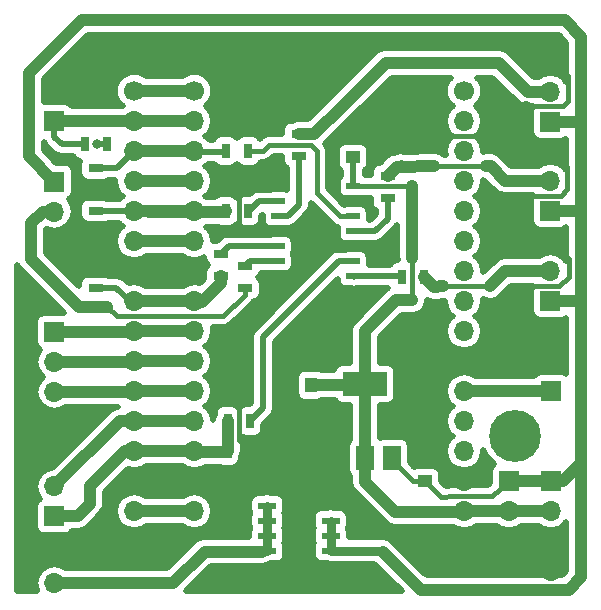
<source format=gtl>
G04 #@! TF.FileFunction,Copper,L1,Top,Signal*
%FSLAX46Y46*%
G04 Gerber Fmt 4.6, Leading zero omitted, Abs format (unit mm)*
G04 Created by KiCad (PCBNEW 4.0.7) date Sun Nov  5 18:25:08 2017*
%MOMM*%
%LPD*%
G01*
G04 APERTURE LIST*
%ADD10C,0.100000*%
%ADD11O,1.700000X1.700000*%
%ADD12C,1.700000*%
%ADD13R,1.550000X0.600000*%
%ADD14C,4.400000*%
%ADD15R,1.700000X1.700000*%
%ADD16R,1.300000X0.700000*%
%ADD17R,1.000000X1.250000*%
%ADD18R,1.250000X1.000000*%
%ADD19R,0.700000X1.300000*%
%ADD20R,1.143000X0.508000*%
%ADD21R,3.800000X2.000000*%
%ADD22R,1.500000X2.000000*%
%ADD23C,0.800000*%
%ADD24C,1.000000*%
%ADD25C,0.400000*%
%ADD26C,0.500000*%
%ADD27C,0.750000*%
G04 APERTURE END LIST*
D10*
D11*
X10750000Y-9342000D03*
X10750000Y-24582000D03*
X10750000Y-29662000D03*
X10750000Y-19502000D03*
X10750000Y-11882000D03*
X10750000Y-42362000D03*
X10750000Y-27122000D03*
X10750000Y-37282000D03*
X10750000Y-32202000D03*
X10750000Y-34742000D03*
D12*
X10750000Y-6802000D03*
D11*
X10750000Y-16962000D03*
X10750000Y-22042000D03*
X10750000Y-14422000D03*
X10750000Y-39822000D03*
D12*
X38690000Y-6802000D03*
D11*
X38690000Y-9342000D03*
X38690000Y-11882000D03*
X38690000Y-14422000D03*
X38690000Y-16962000D03*
X38690000Y-19502000D03*
X38690000Y-22042000D03*
X38690000Y-24582000D03*
X38690000Y-27122000D03*
X38690000Y-29662000D03*
X38690000Y-32202000D03*
X38690000Y-34742000D03*
X38690000Y-37282000D03*
X38690000Y-39822000D03*
X38690000Y-42362000D03*
X15830000Y-39822000D03*
X15830000Y-14422000D03*
X15830000Y-22042000D03*
X15830000Y-16962000D03*
D12*
X15830000Y-6802000D03*
D11*
X15830000Y-34742000D03*
X15830000Y-32202000D03*
X15830000Y-37282000D03*
X15830000Y-27122000D03*
X15830000Y-42362000D03*
X15830000Y-11882000D03*
X15830000Y-19502000D03*
X15830000Y-29662000D03*
X15830000Y-24582000D03*
X15830000Y-9342000D03*
D13*
X27400000Y-45705000D03*
X27400000Y-44435000D03*
X27400000Y-43165000D03*
X27400000Y-41895000D03*
X22000000Y-41895000D03*
X22000000Y-43165000D03*
X22000000Y-44435000D03*
X22000000Y-45705000D03*
D14*
X43000000Y-36000000D03*
D15*
X4000000Y-42800000D03*
D11*
X4000000Y-40260000D03*
X4000000Y-37720000D03*
D15*
X46040000Y-39820000D03*
D11*
X46040000Y-42360000D03*
X46040000Y-44900000D03*
X46040000Y-47440000D03*
D16*
X7500000Y-15250000D03*
X7500000Y-13350000D03*
D17*
X25704000Y-31692000D03*
X23704000Y-31692000D03*
D18*
X29276000Y-12372000D03*
X29276000Y-10372000D03*
X35372000Y-39804000D03*
X35372000Y-37804000D03*
D11*
X45989200Y-4310800D03*
X45989200Y-6850800D03*
D15*
X45989200Y-9390800D03*
X45989200Y-24580000D03*
D11*
X45989200Y-22040000D03*
X45989200Y-19500000D03*
X4000000Y-19540000D03*
X4000000Y-17000000D03*
D15*
X4000000Y-14460000D03*
X45989200Y-16909200D03*
D11*
X45989200Y-14369200D03*
X45989200Y-11829200D03*
X42484000Y-42360000D03*
D15*
X42484000Y-39820000D03*
X46040000Y-32200000D03*
D11*
X46040000Y-29660000D03*
X4000000Y-6800000D03*
D15*
X4000000Y-9340000D03*
X4000000Y-45916000D03*
D11*
X4000000Y-48456000D03*
D15*
X4000000Y-27193000D03*
D11*
X4000000Y-29733000D03*
X4000000Y-32273000D03*
X4000000Y-34813000D03*
D16*
X20132000Y-21598000D03*
X20132000Y-23498000D03*
X7500000Y-18850000D03*
X7500000Y-16950000D03*
D19*
X8450000Y-11300000D03*
X6550000Y-11300000D03*
D16*
X24704000Y-10422000D03*
X24704000Y-12322000D03*
X32200000Y-13978000D03*
X32200000Y-15878000D03*
X7500000Y-23450000D03*
X7500000Y-21550000D03*
D19*
X33406000Y-22548000D03*
X35306000Y-22548000D03*
X18674000Y-37280000D03*
X20574000Y-37280000D03*
X18501000Y-11873000D03*
X20401000Y-11873000D03*
X20401000Y-16960000D03*
X18501000Y-16960000D03*
D16*
X18100000Y-22482000D03*
X18100000Y-20582000D03*
D19*
X20574000Y-34740000D03*
X18674000Y-34740000D03*
D20*
X22949000Y-14863000D03*
X22949000Y-16133000D03*
X22949000Y-17403000D03*
X22949000Y-18673000D03*
X22949000Y-19943000D03*
X22949000Y-21213000D03*
X22949000Y-22483000D03*
X29299000Y-22483000D03*
X29299000Y-21213000D03*
X29299000Y-18673000D03*
X29299000Y-17403000D03*
X29299000Y-16133000D03*
X29299000Y-14863000D03*
X29299000Y-19943000D03*
D21*
X30292000Y-31590000D03*
D22*
X30292000Y-37890000D03*
X32592000Y-37890000D03*
X27992000Y-37890000D03*
D23*
X7600000Y-11300000D03*
D24*
X15830000Y-22042000D02*
X10750000Y-22042000D01*
X10750000Y-39822000D02*
X9928000Y-39822000D01*
X9928000Y-39822000D02*
X8500000Y-41250000D01*
X7334000Y-45916000D02*
X4000000Y-45916000D01*
X8500000Y-44750000D02*
X7334000Y-45916000D01*
X8500000Y-41250000D02*
X8500000Y-44750000D01*
X15830000Y-39822000D02*
X10750000Y-39822000D01*
X4000000Y-37720000D02*
X4000000Y-34813000D01*
X2000000Y-39000000D02*
X3280000Y-37720000D01*
X3280000Y-37720000D02*
X4000000Y-37720000D01*
X2000000Y-45000000D02*
X2000000Y-39000000D01*
X2916000Y-45916000D02*
X2000000Y-45000000D01*
X4000000Y-45916000D02*
X2916000Y-45916000D01*
D25*
X19624000Y-27120000D02*
X19624000Y-36330000D01*
X19624000Y-36330000D02*
X20574000Y-37280000D01*
X22949000Y-23795000D02*
X19624000Y-27120000D01*
X22949000Y-22483000D02*
X22949000Y-23795000D01*
X41306999Y-10602999D02*
X42433200Y-11829200D01*
X42433200Y-11829200D02*
X45989200Y-11829200D01*
X37210999Y-10602999D02*
X41306999Y-10602999D01*
X36880000Y-10372000D02*
X37210999Y-10602999D01*
X29276000Y-10372000D02*
X36880000Y-10372000D01*
D24*
X4040000Y-19500000D02*
X4000000Y-19540000D01*
X43906400Y-11168800D02*
X43906400Y-8171600D01*
X44566800Y-11829200D02*
X43906400Y-11168800D01*
X45989200Y-11829200D02*
X44566800Y-11829200D01*
D25*
X47025199Y-8100801D02*
X44180399Y-8100801D01*
X47462400Y-7663600D02*
X47025199Y-8100801D01*
X47462400Y-5479200D02*
X47462400Y-7663600D01*
X46294000Y-4310800D02*
X47462400Y-5479200D01*
X45989200Y-4310800D02*
X46294000Y-4310800D01*
X47411600Y-15080400D02*
X47411600Y-13251600D01*
X47411600Y-13251600D02*
X45989200Y-11829200D01*
X46852800Y-15639200D02*
X47411600Y-15080400D01*
X44008000Y-15639200D02*
X46852800Y-15639200D01*
X43804800Y-15842400D02*
X44008000Y-15639200D01*
X43804800Y-16248800D02*
X43804800Y-15842400D01*
D24*
X43804800Y-18331600D02*
X43804800Y-16248800D01*
X44973200Y-19500000D02*
X43804800Y-18331600D01*
X45989200Y-19500000D02*
X44973200Y-19500000D01*
X43957200Y-23553200D02*
X43957200Y-29609200D01*
X43957200Y-29609200D02*
X44008000Y-29660000D01*
D25*
X47564000Y-22497200D02*
X47564000Y-21048000D01*
X47564000Y-21048000D02*
X45989200Y-19473200D01*
X46758001Y-23303199D02*
X47564000Y-22497200D01*
X44370401Y-23303199D02*
X46758001Y-23303199D01*
X27752000Y-11372000D02*
X28752000Y-10372000D01*
X28752000Y-10372000D02*
X29276000Y-10372000D01*
X29299000Y-16133000D02*
X28449000Y-16133000D01*
D24*
X29000000Y-41000000D02*
X35440000Y-47440000D01*
X35440000Y-47440000D02*
X46040000Y-47440000D01*
D26*
X27879000Y-41000000D02*
X27879000Y-38003000D01*
X27879000Y-41979000D02*
X27879000Y-41000000D01*
D24*
X27879000Y-41000000D02*
X29000000Y-41000000D01*
D26*
X27879000Y-38003000D02*
X27992000Y-37890000D01*
D24*
X20574000Y-37280000D02*
X22672000Y-37280000D01*
X22672000Y-37280000D02*
X23282000Y-37890000D01*
X46040000Y-44900000D02*
X46040000Y-47440000D01*
X27992000Y-37890000D02*
X23282000Y-37890000D01*
X23282000Y-37890000D02*
X23180000Y-37788000D01*
X23704000Y-33232000D02*
X27992000Y-37520000D01*
X27992000Y-37520000D02*
X27992000Y-37890000D01*
X23704000Y-31692000D02*
X23704000Y-33232000D01*
X46040000Y-29660000D02*
X44008000Y-29660000D01*
D25*
X20640000Y-14863000D02*
X22949000Y-14863000D01*
X22949000Y-18673000D02*
X19813000Y-18673000D01*
D24*
X20574000Y-37280000D02*
X20574000Y-39196000D01*
D26*
X24451000Y-18673000D02*
X24451000Y-20073000D01*
X24451000Y-20073000D02*
X24451000Y-21873000D01*
X29299000Y-19943000D02*
X24581000Y-19943000D01*
X24581000Y-19943000D02*
X24451000Y-20073000D01*
X22949000Y-18673000D02*
X24451000Y-18673000D01*
X24451000Y-21873000D02*
X23841000Y-22483000D01*
X23841000Y-22483000D02*
X22949000Y-22483000D01*
X22949000Y-14863000D02*
X23641000Y-14863000D01*
D25*
X27752000Y-15436000D02*
X27752000Y-11372000D01*
X28449000Y-16133000D02*
X27752000Y-15436000D01*
D24*
X38347000Y-29733000D02*
X36388000Y-31692000D01*
X38451000Y-29733000D02*
X38347000Y-29733000D01*
X44008000Y-29660000D02*
X38524000Y-29660000D01*
X15591000Y-39893000D02*
X17084000Y-39893000D01*
X17084000Y-39893000D02*
X19877000Y-39893000D01*
X19877000Y-39893000D02*
X20574000Y-39196000D01*
X38524000Y-29660000D02*
X38451000Y-29733000D01*
X36388000Y-38296000D02*
X37985000Y-39893000D01*
X37985000Y-39893000D02*
X38451000Y-39893000D01*
X36388000Y-31692000D02*
X36388000Y-38296000D01*
D25*
X15591000Y-22113000D02*
X15591000Y-22009000D01*
X19624000Y-14863000D02*
X20640000Y-14863000D01*
X20197000Y-14863000D02*
X20640000Y-14863000D01*
X19813000Y-18673000D02*
X19624000Y-18484000D01*
X19624000Y-15436000D02*
X19624000Y-14863000D01*
X19624000Y-18484000D02*
X19624000Y-15436000D01*
D26*
X7600000Y-11300000D02*
X8450000Y-11300000D01*
D24*
X15830000Y-19502000D02*
X10750000Y-19502000D01*
X15830000Y-42362000D02*
X10750000Y-42362000D01*
X46040000Y-32200000D02*
X38524000Y-32200000D01*
X38524000Y-32200000D02*
X38451000Y-32273000D01*
X42484000Y-42360000D02*
X46040000Y-42360000D01*
D25*
X42484000Y-42360000D02*
X40960000Y-42360000D01*
D24*
X25704000Y-31692000D02*
X30190000Y-31692000D01*
X30190000Y-31692000D02*
X30292000Y-31590000D01*
X30292000Y-27120000D02*
X30292000Y-31590000D01*
X30292000Y-31590000D02*
X30292000Y-37890000D01*
X30292000Y-37890000D02*
X30292000Y-39867000D01*
X30292000Y-39867000D02*
X32858000Y-42433000D01*
X32858000Y-42433000D02*
X38451000Y-42433000D01*
X34291000Y-24515000D02*
X32897000Y-24515000D01*
X32897000Y-24515000D02*
X30292000Y-27120000D01*
D25*
X34291000Y-20959000D02*
X34291000Y-24515000D01*
D24*
X34291000Y-14863000D02*
X34291000Y-20959000D01*
D25*
X29299000Y-14863000D02*
X34291000Y-14863000D01*
D26*
X29299000Y-14863000D02*
X29299000Y-12395000D01*
X29299000Y-12395000D02*
X29276000Y-12372000D01*
D24*
X42484000Y-42360000D02*
X38524000Y-42360000D01*
X38524000Y-42360000D02*
X38451000Y-42433000D01*
X15830000Y-14422000D02*
X10750000Y-14422000D01*
D26*
X7500000Y-16950000D02*
X10738000Y-16950000D01*
X10738000Y-16950000D02*
X10750000Y-16962000D01*
D24*
X15830000Y-16962000D02*
X10750000Y-16962000D01*
X15591000Y-17033000D02*
X18428000Y-17033000D01*
X15591000Y-17033000D02*
X12011000Y-17033000D01*
X12011000Y-17033000D02*
X12004000Y-17026000D01*
D26*
X15631000Y-17073000D02*
X15591000Y-17033000D01*
D24*
X18428000Y-17033000D02*
X18501000Y-16960000D01*
X15830000Y-6802000D02*
X10750000Y-6802000D01*
X10750000Y-34742000D02*
X9518000Y-34742000D01*
X9518000Y-34742000D02*
X4000000Y-40260000D01*
X15830000Y-34742000D02*
X10750000Y-34742000D01*
X15830000Y-32202000D02*
X10750000Y-32202000D01*
X10750000Y-32202000D02*
X10679000Y-32273000D01*
X10679000Y-32273000D02*
X4000000Y-32273000D01*
X10750000Y-37282000D02*
X9968000Y-37282000D01*
X9968000Y-37282000D02*
X7000000Y-40250000D01*
X5950000Y-42800000D02*
X4000000Y-42800000D01*
X7000000Y-41750000D02*
X5950000Y-42800000D01*
X7000000Y-40250000D02*
X7000000Y-41750000D01*
X15830000Y-37282000D02*
X10750000Y-37282000D01*
X15591000Y-37353000D02*
X18601000Y-37353000D01*
X18674000Y-37280000D02*
X18674000Y-34740000D01*
X18601000Y-37353000D02*
X18674000Y-37280000D01*
X15830000Y-27122000D02*
X10750000Y-27122000D01*
X10750000Y-27122000D02*
X10679000Y-27193000D01*
X10679000Y-27193000D02*
X4000000Y-27193000D01*
D26*
X7500000Y-13350000D02*
X9282000Y-13350000D01*
X9282000Y-13350000D02*
X10750000Y-11882000D01*
D24*
X15830000Y-11882000D02*
X10750000Y-11882000D01*
D26*
X15591000Y-11953000D02*
X18421000Y-11953000D01*
X18421000Y-11953000D02*
X18501000Y-11873000D01*
D24*
X15830000Y-29662000D02*
X10750000Y-29662000D01*
X10750000Y-29662000D02*
X10679000Y-29733000D01*
X10679000Y-29733000D02*
X4000000Y-29733000D01*
D26*
X7500000Y-23450000D02*
X9250000Y-23450000D01*
X9250000Y-23450000D02*
X10382000Y-24582000D01*
X10382000Y-24582000D02*
X10750000Y-24582000D01*
D24*
X15830000Y-24582000D02*
X10750000Y-24582000D01*
X18100000Y-23056000D02*
X16503000Y-24653000D01*
X16503000Y-24653000D02*
X15591000Y-24653000D01*
X15452000Y-24514000D02*
X15591000Y-24653000D01*
X18100000Y-22482000D02*
X18100000Y-23056000D01*
D26*
X6550000Y-11300000D02*
X4600000Y-11300000D01*
X4000000Y-10700000D02*
X4000000Y-9340000D01*
X4600000Y-11300000D02*
X4000000Y-10700000D01*
D24*
X10750000Y-9342000D02*
X4002000Y-9342000D01*
X4002000Y-9342000D02*
X4000000Y-9340000D01*
X15830000Y-9342000D02*
X10750000Y-9342000D01*
X15664000Y-9340000D02*
X15591000Y-9413000D01*
D26*
X15601000Y-9423000D02*
X15591000Y-9413000D01*
D24*
X4066000Y-9406000D02*
X4000000Y-9340000D01*
D27*
X27400000Y-44435000D02*
X27400000Y-43165000D01*
X27400000Y-45705000D02*
X27400000Y-44435000D01*
X27400000Y-45705000D02*
X31705000Y-45705000D01*
X31705000Y-45705000D02*
X31789000Y-45789000D01*
D24*
X35000000Y-49000000D02*
X31789000Y-45789000D01*
X41000000Y-49000000D02*
X47528000Y-49000000D01*
X39980000Y-49000000D02*
X41000000Y-49000000D01*
X41000000Y-49000000D02*
X35000000Y-49000000D01*
X48580000Y-47948000D02*
X47528000Y-49000000D01*
X48580000Y-41000000D02*
X48580000Y-47948000D01*
X48580000Y-41000000D02*
X48580000Y-47892000D01*
D25*
X34340000Y-39804000D02*
X32592000Y-38056000D01*
X32592000Y-38056000D02*
X32592000Y-37890000D01*
D24*
X1844000Y-9000000D02*
X1844000Y-5276000D01*
X1844000Y-11372000D02*
X1844000Y-9000000D01*
X1844000Y-9000000D02*
X1844000Y-12304000D01*
X1844000Y-12304000D02*
X4000000Y-14460000D01*
X47200000Y-800000D02*
X21656000Y-800000D01*
X21656000Y-800000D02*
X21200000Y-800000D01*
X1844000Y-5276000D02*
X6320000Y-800000D01*
X6320000Y-800000D02*
X21656000Y-800000D01*
X48580000Y-2180000D02*
X47200000Y-800000D01*
X48580000Y-9390800D02*
X48580000Y-6800000D01*
X48580000Y-6800000D02*
X48580000Y-2180000D01*
X48580000Y-16909200D02*
X48580000Y-9390800D01*
X45989200Y-9390800D02*
X48580000Y-9390800D01*
X48580000Y-18000000D02*
X48580000Y-16909200D01*
X45989200Y-16909200D02*
X48580000Y-16909200D01*
X48580000Y-28000000D02*
X48580000Y-24834000D01*
X48580000Y-24834000D02*
X48580000Y-18000000D01*
X45989200Y-24580000D02*
X48326000Y-24580000D01*
X48326000Y-24580000D02*
X48580000Y-24834000D01*
X48580000Y-28000000D02*
X48580000Y-38296000D01*
X48580000Y-26612000D02*
X48580000Y-28000000D01*
X48580000Y-38296000D02*
X48580000Y-41000000D01*
X46040000Y-39820000D02*
X47056000Y-39820000D01*
X47056000Y-39820000D02*
X48580000Y-38296000D01*
X42484000Y-39820000D02*
X46040000Y-39820000D01*
D25*
X37862000Y-41082999D02*
X41071001Y-41082999D01*
X37862000Y-41082999D02*
X36750999Y-41182999D01*
X36750999Y-41182999D02*
X35372000Y-39804000D01*
X35372000Y-39804000D02*
X34340000Y-39804000D01*
X41071001Y-41082999D02*
X42484000Y-39820000D01*
D27*
X22000000Y-43165000D02*
X22000000Y-44435000D01*
X22000000Y-41895000D02*
X22000000Y-43165000D01*
X22000000Y-45705000D02*
X22000000Y-41895000D01*
D24*
X4000000Y-48456000D02*
X14036000Y-48456000D01*
X14036000Y-48456000D02*
X16703000Y-45789000D01*
X16703000Y-45789000D02*
X21529000Y-45789000D01*
D26*
X22949000Y-16133000D02*
X21341000Y-16133000D01*
X21341000Y-16133000D02*
X20401000Y-17073000D01*
X24704000Y-12322000D02*
X24704000Y-16452000D01*
X24704000Y-16452000D02*
X23753000Y-17403000D01*
X23753000Y-17403000D02*
X22949000Y-17403000D01*
X22949000Y-19943000D02*
X18739000Y-19943000D01*
X18739000Y-19943000D02*
X18100000Y-20582000D01*
X22949000Y-21213000D02*
X20517000Y-21213000D01*
X20517000Y-21213000D02*
X20132000Y-21598000D01*
X29299000Y-22483000D02*
X33341000Y-22483000D01*
X33341000Y-22483000D02*
X33406000Y-22548000D01*
X29366000Y-22550000D02*
X29299000Y-22483000D01*
X29299000Y-21213000D02*
X28071000Y-21213000D01*
X28071000Y-21213000D02*
X21656000Y-27628000D01*
X21656000Y-27628000D02*
X21656000Y-33658000D01*
X21656000Y-33658000D02*
X20574000Y-34740000D01*
X32200000Y-17592000D02*
X31119000Y-18673000D01*
X32200000Y-17592000D02*
X32200000Y-15878000D01*
X31119000Y-18673000D02*
X29299000Y-18673000D01*
D25*
X26228000Y-15436000D02*
X26228000Y-11880000D01*
X26228000Y-11880000D02*
X25720000Y-11372000D01*
X28195000Y-17403000D02*
X26228000Y-15436000D01*
X22164000Y-11372000D02*
X25720000Y-11372000D01*
X21663000Y-11873000D02*
X22164000Y-11372000D01*
X29299000Y-17403000D02*
X28195000Y-17403000D01*
X29299000Y-17403000D02*
X28703000Y-17403000D01*
X20401000Y-11873000D02*
X21663000Y-11873000D01*
D26*
X20401000Y-11873000D02*
X20401000Y-12123000D01*
D24*
X40546999Y-13153001D02*
X40953001Y-13153001D01*
X40953001Y-13153001D02*
X42169200Y-14369200D01*
X42169200Y-14369200D02*
X45989200Y-14369200D01*
X36153001Y-13153001D02*
X32959989Y-13203001D01*
X32959989Y-13203001D02*
X32200000Y-13962990D01*
D25*
X40546999Y-13153001D02*
X36153001Y-13153001D01*
D24*
X45989200Y-14369200D02*
X43957200Y-14369200D01*
D25*
X32200000Y-13978000D02*
X33340000Y-12838000D01*
D24*
X36900000Y-23300000D02*
X36158000Y-23400000D01*
X36158000Y-23400000D02*
X35306000Y-22548000D01*
D25*
X40900000Y-23300000D02*
X36900000Y-23300000D01*
D24*
X42160000Y-22040000D02*
X40900000Y-23300000D01*
X45989200Y-22040000D02*
X42160000Y-22040000D01*
X44109600Y-22040000D02*
X45989200Y-22040000D01*
X28400000Y-8031600D02*
X26009600Y-10422000D01*
X41600000Y-4400000D02*
X32031600Y-4400000D01*
X32031600Y-4400000D02*
X28400000Y-8031600D01*
X44050800Y-6850800D02*
X41600000Y-4400000D01*
X45989200Y-6850800D02*
X44050800Y-6850800D01*
X26009600Y-10422000D02*
X24704000Y-10422000D01*
X45989200Y-6850800D02*
X45278000Y-6850800D01*
X2000000Y-21000000D02*
X6088000Y-25088000D01*
X6088000Y-25088000D02*
X8448000Y-25088000D01*
X2000000Y-18000000D02*
X2000000Y-21000000D01*
X3000000Y-17000000D02*
X2000000Y-18000000D01*
X4000000Y-17000000D02*
X3000000Y-17000000D01*
D25*
X9263001Y-25853001D02*
X8448000Y-25088000D01*
X18300999Y-25853001D02*
X9263001Y-25853001D01*
X20132000Y-24072000D02*
X18300999Y-25853001D01*
X20132000Y-23498000D02*
X20132000Y-24072000D01*
D26*
G36*
X1116117Y-21883883D02*
X4810540Y-25578307D01*
X3150000Y-25578307D01*
X2872067Y-25630604D01*
X2616802Y-25794862D01*
X2445554Y-26045492D01*
X2385307Y-26343000D01*
X2385307Y-28043000D01*
X2437604Y-28320933D01*
X2601862Y-28576198D01*
X2775158Y-28694606D01*
X2490447Y-29120707D01*
X2368654Y-29733000D01*
X2490447Y-30345293D01*
X2837283Y-30864371D01*
X3044756Y-31003000D01*
X2837283Y-31141629D01*
X2490447Y-31660707D01*
X2368654Y-32273000D01*
X2490447Y-32885293D01*
X2837283Y-33404371D01*
X3356361Y-33751207D01*
X3968654Y-33873000D01*
X4031346Y-33873000D01*
X4643639Y-33751207D01*
X4985176Y-33523000D01*
X9362153Y-33523000D01*
X9119010Y-33571365D01*
X9039645Y-33587151D01*
X8634116Y-33858117D01*
X3798360Y-38693874D01*
X3356361Y-38781793D01*
X2837283Y-39128629D01*
X2490447Y-39647707D01*
X2368654Y-40260000D01*
X2490447Y-40872293D01*
X2775891Y-41299491D01*
X2616802Y-41401862D01*
X2445554Y-41652492D01*
X2385307Y-41950000D01*
X2385307Y-43650000D01*
X2437604Y-43927933D01*
X2601862Y-44183198D01*
X2852492Y-44354446D01*
X3150000Y-44414693D01*
X4850000Y-44414693D01*
X5127933Y-44362396D01*
X5383198Y-44198138D01*
X5484416Y-44050000D01*
X5950000Y-44050000D01*
X6428354Y-43954849D01*
X6833883Y-43683883D01*
X7883883Y-42633884D01*
X8065549Y-42362000D01*
X9118654Y-42362000D01*
X9240447Y-42974293D01*
X9587283Y-43493371D01*
X10106361Y-43840207D01*
X10718654Y-43962000D01*
X10781346Y-43962000D01*
X11393639Y-43840207D01*
X11735176Y-43612000D01*
X14844824Y-43612000D01*
X15186361Y-43840207D01*
X15798654Y-43962000D01*
X15861346Y-43962000D01*
X16473639Y-43840207D01*
X16992717Y-43493371D01*
X17339553Y-42974293D01*
X17461346Y-42362000D01*
X17339553Y-41749707D01*
X16992717Y-41230629D01*
X16473639Y-40883793D01*
X15861346Y-40762000D01*
X15798654Y-40762000D01*
X15186361Y-40883793D01*
X14844824Y-41112000D01*
X11735176Y-41112000D01*
X11393639Y-40883793D01*
X10781346Y-40762000D01*
X10718654Y-40762000D01*
X10106361Y-40883793D01*
X9587283Y-41230629D01*
X9240447Y-41749707D01*
X9118654Y-42362000D01*
X8065549Y-42362000D01*
X8154849Y-42228354D01*
X8250000Y-41750000D01*
X8250000Y-40767766D01*
X10232474Y-38785293D01*
X10718654Y-38882000D01*
X10781346Y-38882000D01*
X11393639Y-38760207D01*
X11735176Y-38532000D01*
X14844824Y-38532000D01*
X15186361Y-38760207D01*
X15798654Y-38882000D01*
X15861346Y-38882000D01*
X16473639Y-38760207D01*
X16708916Y-38603000D01*
X17980469Y-38603000D01*
X18026492Y-38634446D01*
X18324000Y-38694693D01*
X19024000Y-38694693D01*
X19301933Y-38642396D01*
X19557198Y-38478138D01*
X19728446Y-38227508D01*
X19788693Y-37930000D01*
X19788693Y-37818452D01*
X19828849Y-37758354D01*
X19924000Y-37280000D01*
X19924000Y-36092743D01*
X19926492Y-36094446D01*
X20224000Y-36154693D01*
X20924000Y-36154693D01*
X21201933Y-36102396D01*
X21457198Y-35938138D01*
X21628446Y-35687508D01*
X21688693Y-35390000D01*
X21688693Y-35039521D01*
X22363107Y-34365107D01*
X22579880Y-34040684D01*
X22656000Y-33658000D01*
X22656000Y-28042214D01*
X27962807Y-22735407D01*
X27962807Y-22737000D01*
X28015104Y-23014933D01*
X28179362Y-23270198D01*
X28429992Y-23441446D01*
X28727500Y-23501693D01*
X29123146Y-23501693D01*
X29366000Y-23550000D01*
X29608854Y-23501693D01*
X29870500Y-23501693D01*
X29969844Y-23483000D01*
X32234789Y-23483000D01*
X32013116Y-23631117D01*
X29408117Y-26236117D01*
X29137151Y-26641646D01*
X29042000Y-27120000D01*
X29042000Y-29825307D01*
X28392000Y-29825307D01*
X28114067Y-29877604D01*
X27858802Y-30041862D01*
X27687554Y-30292492D01*
X27657278Y-30442000D01*
X26617781Y-30442000D01*
X26501508Y-30362554D01*
X26204000Y-30302307D01*
X25204000Y-30302307D01*
X24926067Y-30354604D01*
X24670802Y-30518862D01*
X24499554Y-30769492D01*
X24439307Y-31067000D01*
X24439307Y-32317000D01*
X24491604Y-32594933D01*
X24655862Y-32850198D01*
X24906492Y-33021446D01*
X25204000Y-33081693D01*
X26204000Y-33081693D01*
X26481933Y-33029396D01*
X26617751Y-32942000D01*
X27727265Y-32942000D01*
X27843862Y-33123198D01*
X28094492Y-33294446D01*
X28392000Y-33354693D01*
X29042000Y-33354693D01*
X29042000Y-36320500D01*
X29008802Y-36341862D01*
X28837554Y-36592492D01*
X28777307Y-36890000D01*
X28777307Y-38890000D01*
X28829604Y-39167933D01*
X28993862Y-39423198D01*
X29042000Y-39456089D01*
X29042000Y-39867000D01*
X29115563Y-40236824D01*
X29137151Y-40345354D01*
X29408117Y-40750883D01*
X31974117Y-43316883D01*
X32379646Y-43587849D01*
X32858000Y-43683000D01*
X37811084Y-43683000D01*
X38046361Y-43840207D01*
X38658654Y-43962000D01*
X38721346Y-43962000D01*
X39333639Y-43840207D01*
X39678169Y-43610000D01*
X41498824Y-43610000D01*
X41840361Y-43838207D01*
X42452654Y-43960000D01*
X42515346Y-43960000D01*
X43127639Y-43838207D01*
X43469176Y-43610000D01*
X45054824Y-43610000D01*
X45396361Y-43838207D01*
X46008654Y-43960000D01*
X46071346Y-43960000D01*
X46683639Y-43838207D01*
X47202717Y-43491371D01*
X47330000Y-43300878D01*
X47330000Y-47430233D01*
X47010234Y-47750000D01*
X35517767Y-47750000D01*
X32672883Y-44905117D01*
X32267354Y-44634151D01*
X31789000Y-44539001D01*
X31582883Y-44580000D01*
X28939693Y-44580000D01*
X28939693Y-44135000D01*
X28887396Y-43857067D01*
X28852204Y-43802377D01*
X28879446Y-43762508D01*
X28939693Y-43465000D01*
X28939693Y-42865000D01*
X28887396Y-42587067D01*
X28723138Y-42331802D01*
X28472508Y-42160554D01*
X28175000Y-42100307D01*
X27703182Y-42100307D01*
X27400000Y-42040000D01*
X27096818Y-42100307D01*
X26625000Y-42100307D01*
X26347067Y-42152604D01*
X26091802Y-42316862D01*
X25920554Y-42567492D01*
X25860307Y-42865000D01*
X25860307Y-43465000D01*
X25912604Y-43742933D01*
X25947796Y-43797623D01*
X25920554Y-43837492D01*
X25860307Y-44135000D01*
X25860307Y-44735000D01*
X25912604Y-45012933D01*
X25947796Y-45067623D01*
X25920554Y-45107492D01*
X25860307Y-45405000D01*
X25860307Y-46005000D01*
X25912604Y-46282933D01*
X26076862Y-46538198D01*
X26327492Y-46709446D01*
X26625000Y-46769693D01*
X27096818Y-46769693D01*
X27400000Y-46830000D01*
X31062234Y-46830000D01*
X33382233Y-49150000D01*
X15109766Y-49150000D01*
X17220767Y-47039000D01*
X21529000Y-47039000D01*
X22007354Y-46943849D01*
X22253082Y-46779659D01*
X22303182Y-46769693D01*
X22775000Y-46769693D01*
X23052933Y-46717396D01*
X23308198Y-46553138D01*
X23479446Y-46302508D01*
X23539693Y-46005000D01*
X23539693Y-45405000D01*
X23487396Y-45127067D01*
X23452204Y-45072377D01*
X23479446Y-45032508D01*
X23539693Y-44735000D01*
X23539693Y-44135000D01*
X23487396Y-43857067D01*
X23452204Y-43802377D01*
X23479446Y-43762508D01*
X23539693Y-43465000D01*
X23539693Y-42865000D01*
X23487396Y-42587067D01*
X23452204Y-42532377D01*
X23479446Y-42492508D01*
X23539693Y-42195000D01*
X23539693Y-41595000D01*
X23487396Y-41317067D01*
X23323138Y-41061802D01*
X23072508Y-40890554D01*
X22775000Y-40830307D01*
X22303182Y-40830307D01*
X22000000Y-40770000D01*
X21696818Y-40830307D01*
X21225000Y-40830307D01*
X20947067Y-40882604D01*
X20691802Y-41046862D01*
X20520554Y-41297492D01*
X20460307Y-41595000D01*
X20460307Y-42195000D01*
X20512604Y-42472933D01*
X20547796Y-42527623D01*
X20520554Y-42567492D01*
X20460307Y-42865000D01*
X20460307Y-43465000D01*
X20512604Y-43742933D01*
X20547796Y-43797623D01*
X20520554Y-43837492D01*
X20460307Y-44135000D01*
X20460307Y-44539000D01*
X16703000Y-44539000D01*
X16224646Y-44634151D01*
X15819117Y-44905116D01*
X13518234Y-47206000D01*
X4985176Y-47206000D01*
X4643639Y-46977793D01*
X4031346Y-46856000D01*
X3968654Y-46856000D01*
X3356361Y-46977793D01*
X2837283Y-47324629D01*
X2490447Y-47843707D01*
X2368654Y-48456000D01*
X2490447Y-49068293D01*
X2545042Y-49150000D01*
X850000Y-49150000D01*
X850000Y-21485611D01*
X1116117Y-21883883D01*
X1116117Y-21883883D01*
G37*
X1116117Y-21883883D02*
X4810540Y-25578307D01*
X3150000Y-25578307D01*
X2872067Y-25630604D01*
X2616802Y-25794862D01*
X2445554Y-26045492D01*
X2385307Y-26343000D01*
X2385307Y-28043000D01*
X2437604Y-28320933D01*
X2601862Y-28576198D01*
X2775158Y-28694606D01*
X2490447Y-29120707D01*
X2368654Y-29733000D01*
X2490447Y-30345293D01*
X2837283Y-30864371D01*
X3044756Y-31003000D01*
X2837283Y-31141629D01*
X2490447Y-31660707D01*
X2368654Y-32273000D01*
X2490447Y-32885293D01*
X2837283Y-33404371D01*
X3356361Y-33751207D01*
X3968654Y-33873000D01*
X4031346Y-33873000D01*
X4643639Y-33751207D01*
X4985176Y-33523000D01*
X9362153Y-33523000D01*
X9119010Y-33571365D01*
X9039645Y-33587151D01*
X8634116Y-33858117D01*
X3798360Y-38693874D01*
X3356361Y-38781793D01*
X2837283Y-39128629D01*
X2490447Y-39647707D01*
X2368654Y-40260000D01*
X2490447Y-40872293D01*
X2775891Y-41299491D01*
X2616802Y-41401862D01*
X2445554Y-41652492D01*
X2385307Y-41950000D01*
X2385307Y-43650000D01*
X2437604Y-43927933D01*
X2601862Y-44183198D01*
X2852492Y-44354446D01*
X3150000Y-44414693D01*
X4850000Y-44414693D01*
X5127933Y-44362396D01*
X5383198Y-44198138D01*
X5484416Y-44050000D01*
X5950000Y-44050000D01*
X6428354Y-43954849D01*
X6833883Y-43683883D01*
X7883883Y-42633884D01*
X8065549Y-42362000D01*
X9118654Y-42362000D01*
X9240447Y-42974293D01*
X9587283Y-43493371D01*
X10106361Y-43840207D01*
X10718654Y-43962000D01*
X10781346Y-43962000D01*
X11393639Y-43840207D01*
X11735176Y-43612000D01*
X14844824Y-43612000D01*
X15186361Y-43840207D01*
X15798654Y-43962000D01*
X15861346Y-43962000D01*
X16473639Y-43840207D01*
X16992717Y-43493371D01*
X17339553Y-42974293D01*
X17461346Y-42362000D01*
X17339553Y-41749707D01*
X16992717Y-41230629D01*
X16473639Y-40883793D01*
X15861346Y-40762000D01*
X15798654Y-40762000D01*
X15186361Y-40883793D01*
X14844824Y-41112000D01*
X11735176Y-41112000D01*
X11393639Y-40883793D01*
X10781346Y-40762000D01*
X10718654Y-40762000D01*
X10106361Y-40883793D01*
X9587283Y-41230629D01*
X9240447Y-41749707D01*
X9118654Y-42362000D01*
X8065549Y-42362000D01*
X8154849Y-42228354D01*
X8250000Y-41750000D01*
X8250000Y-40767766D01*
X10232474Y-38785293D01*
X10718654Y-38882000D01*
X10781346Y-38882000D01*
X11393639Y-38760207D01*
X11735176Y-38532000D01*
X14844824Y-38532000D01*
X15186361Y-38760207D01*
X15798654Y-38882000D01*
X15861346Y-38882000D01*
X16473639Y-38760207D01*
X16708916Y-38603000D01*
X17980469Y-38603000D01*
X18026492Y-38634446D01*
X18324000Y-38694693D01*
X19024000Y-38694693D01*
X19301933Y-38642396D01*
X19557198Y-38478138D01*
X19728446Y-38227508D01*
X19788693Y-37930000D01*
X19788693Y-37818452D01*
X19828849Y-37758354D01*
X19924000Y-37280000D01*
X19924000Y-36092743D01*
X19926492Y-36094446D01*
X20224000Y-36154693D01*
X20924000Y-36154693D01*
X21201933Y-36102396D01*
X21457198Y-35938138D01*
X21628446Y-35687508D01*
X21688693Y-35390000D01*
X21688693Y-35039521D01*
X22363107Y-34365107D01*
X22579880Y-34040684D01*
X22656000Y-33658000D01*
X22656000Y-28042214D01*
X27962807Y-22735407D01*
X27962807Y-22737000D01*
X28015104Y-23014933D01*
X28179362Y-23270198D01*
X28429992Y-23441446D01*
X28727500Y-23501693D01*
X29123146Y-23501693D01*
X29366000Y-23550000D01*
X29608854Y-23501693D01*
X29870500Y-23501693D01*
X29969844Y-23483000D01*
X32234789Y-23483000D01*
X32013116Y-23631117D01*
X29408117Y-26236117D01*
X29137151Y-26641646D01*
X29042000Y-27120000D01*
X29042000Y-29825307D01*
X28392000Y-29825307D01*
X28114067Y-29877604D01*
X27858802Y-30041862D01*
X27687554Y-30292492D01*
X27657278Y-30442000D01*
X26617781Y-30442000D01*
X26501508Y-30362554D01*
X26204000Y-30302307D01*
X25204000Y-30302307D01*
X24926067Y-30354604D01*
X24670802Y-30518862D01*
X24499554Y-30769492D01*
X24439307Y-31067000D01*
X24439307Y-32317000D01*
X24491604Y-32594933D01*
X24655862Y-32850198D01*
X24906492Y-33021446D01*
X25204000Y-33081693D01*
X26204000Y-33081693D01*
X26481933Y-33029396D01*
X26617751Y-32942000D01*
X27727265Y-32942000D01*
X27843862Y-33123198D01*
X28094492Y-33294446D01*
X28392000Y-33354693D01*
X29042000Y-33354693D01*
X29042000Y-36320500D01*
X29008802Y-36341862D01*
X28837554Y-36592492D01*
X28777307Y-36890000D01*
X28777307Y-38890000D01*
X28829604Y-39167933D01*
X28993862Y-39423198D01*
X29042000Y-39456089D01*
X29042000Y-39867000D01*
X29115563Y-40236824D01*
X29137151Y-40345354D01*
X29408117Y-40750883D01*
X31974117Y-43316883D01*
X32379646Y-43587849D01*
X32858000Y-43683000D01*
X37811084Y-43683000D01*
X38046361Y-43840207D01*
X38658654Y-43962000D01*
X38721346Y-43962000D01*
X39333639Y-43840207D01*
X39678169Y-43610000D01*
X41498824Y-43610000D01*
X41840361Y-43838207D01*
X42452654Y-43960000D01*
X42515346Y-43960000D01*
X43127639Y-43838207D01*
X43469176Y-43610000D01*
X45054824Y-43610000D01*
X45396361Y-43838207D01*
X46008654Y-43960000D01*
X46071346Y-43960000D01*
X46683639Y-43838207D01*
X47202717Y-43491371D01*
X47330000Y-43300878D01*
X47330000Y-47430233D01*
X47010234Y-47750000D01*
X35517767Y-47750000D01*
X32672883Y-44905117D01*
X32267354Y-44634151D01*
X31789000Y-44539001D01*
X31582883Y-44580000D01*
X28939693Y-44580000D01*
X28939693Y-44135000D01*
X28887396Y-43857067D01*
X28852204Y-43802377D01*
X28879446Y-43762508D01*
X28939693Y-43465000D01*
X28939693Y-42865000D01*
X28887396Y-42587067D01*
X28723138Y-42331802D01*
X28472508Y-42160554D01*
X28175000Y-42100307D01*
X27703182Y-42100307D01*
X27400000Y-42040000D01*
X27096818Y-42100307D01*
X26625000Y-42100307D01*
X26347067Y-42152604D01*
X26091802Y-42316862D01*
X25920554Y-42567492D01*
X25860307Y-42865000D01*
X25860307Y-43465000D01*
X25912604Y-43742933D01*
X25947796Y-43797623D01*
X25920554Y-43837492D01*
X25860307Y-44135000D01*
X25860307Y-44735000D01*
X25912604Y-45012933D01*
X25947796Y-45067623D01*
X25920554Y-45107492D01*
X25860307Y-45405000D01*
X25860307Y-46005000D01*
X25912604Y-46282933D01*
X26076862Y-46538198D01*
X26327492Y-46709446D01*
X26625000Y-46769693D01*
X27096818Y-46769693D01*
X27400000Y-46830000D01*
X31062234Y-46830000D01*
X33382233Y-49150000D01*
X15109766Y-49150000D01*
X17220767Y-47039000D01*
X21529000Y-47039000D01*
X22007354Y-46943849D01*
X22253082Y-46779659D01*
X22303182Y-46769693D01*
X22775000Y-46769693D01*
X23052933Y-46717396D01*
X23308198Y-46553138D01*
X23479446Y-46302508D01*
X23539693Y-46005000D01*
X23539693Y-45405000D01*
X23487396Y-45127067D01*
X23452204Y-45072377D01*
X23479446Y-45032508D01*
X23539693Y-44735000D01*
X23539693Y-44135000D01*
X23487396Y-43857067D01*
X23452204Y-43802377D01*
X23479446Y-43762508D01*
X23539693Y-43465000D01*
X23539693Y-42865000D01*
X23487396Y-42587067D01*
X23452204Y-42532377D01*
X23479446Y-42492508D01*
X23539693Y-42195000D01*
X23539693Y-41595000D01*
X23487396Y-41317067D01*
X23323138Y-41061802D01*
X23072508Y-40890554D01*
X22775000Y-40830307D01*
X22303182Y-40830307D01*
X22000000Y-40770000D01*
X21696818Y-40830307D01*
X21225000Y-40830307D01*
X20947067Y-40882604D01*
X20691802Y-41046862D01*
X20520554Y-41297492D01*
X20460307Y-41595000D01*
X20460307Y-42195000D01*
X20512604Y-42472933D01*
X20547796Y-42527623D01*
X20520554Y-42567492D01*
X20460307Y-42865000D01*
X20460307Y-43465000D01*
X20512604Y-43742933D01*
X20547796Y-43797623D01*
X20520554Y-43837492D01*
X20460307Y-44135000D01*
X20460307Y-44539000D01*
X16703000Y-44539000D01*
X16224646Y-44634151D01*
X15819117Y-44905116D01*
X13518234Y-47206000D01*
X4985176Y-47206000D01*
X4643639Y-46977793D01*
X4031346Y-46856000D01*
X3968654Y-46856000D01*
X3356361Y-46977793D01*
X2837283Y-47324629D01*
X2490447Y-47843707D01*
X2368654Y-48456000D01*
X2490447Y-49068293D01*
X2545042Y-49150000D01*
X850000Y-49150000D01*
X850000Y-21485611D01*
X1116117Y-21883883D01*
G36*
X44434754Y-23432492D02*
X44374507Y-23730000D01*
X44374507Y-25430000D01*
X44426804Y-25707933D01*
X44591062Y-25963198D01*
X44841692Y-26134446D01*
X45139200Y-26194693D01*
X46839200Y-26194693D01*
X47117133Y-26142396D01*
X47330000Y-26005420D01*
X47330000Y-30742915D01*
X47187508Y-30645554D01*
X46890000Y-30585307D01*
X45190000Y-30585307D01*
X44912067Y-30637604D01*
X44656802Y-30801862D01*
X44555584Y-30950000D01*
X39672183Y-30950000D01*
X39333639Y-30723793D01*
X38721346Y-30602000D01*
X38658654Y-30602000D01*
X38046361Y-30723793D01*
X37527283Y-31070629D01*
X37180447Y-31589707D01*
X37058654Y-32202000D01*
X37180447Y-32814293D01*
X37527283Y-33333371D01*
X37734756Y-33472000D01*
X37527283Y-33610629D01*
X37180447Y-34129707D01*
X37058654Y-34742000D01*
X37180447Y-35354293D01*
X37527283Y-35873371D01*
X37734756Y-36012000D01*
X37527283Y-36150629D01*
X37180447Y-36669707D01*
X37058654Y-37282000D01*
X37180447Y-37894293D01*
X37527283Y-38413371D01*
X38046361Y-38760207D01*
X38658654Y-38882000D01*
X38721346Y-38882000D01*
X39333639Y-38760207D01*
X39852717Y-38413371D01*
X40199553Y-37894293D01*
X40321346Y-37282000D01*
X40306066Y-37205181D01*
X40497653Y-37668858D01*
X41191246Y-38363663D01*
X41100802Y-38421862D01*
X40929554Y-38672492D01*
X40869307Y-38970000D01*
X40869307Y-39989093D01*
X40708310Y-40132999D01*
X37862000Y-40132999D01*
X37819710Y-40141411D01*
X37776835Y-40136824D01*
X37108484Y-40196982D01*
X36761693Y-39850190D01*
X36761693Y-39304000D01*
X36709396Y-39026067D01*
X36545138Y-38770802D01*
X36294508Y-38599554D01*
X35997000Y-38539307D01*
X34747000Y-38539307D01*
X34470784Y-38591281D01*
X34106693Y-38227191D01*
X34106693Y-36890000D01*
X34054396Y-36612067D01*
X33890138Y-36356802D01*
X33639508Y-36185554D01*
X33342000Y-36125307D01*
X31842000Y-36125307D01*
X31564067Y-36177604D01*
X31542000Y-36191804D01*
X31542000Y-33354693D01*
X32192000Y-33354693D01*
X32469933Y-33302396D01*
X32725198Y-33138138D01*
X32896446Y-32887508D01*
X32956693Y-32590000D01*
X32956693Y-30590000D01*
X32904396Y-30312067D01*
X32740138Y-30056802D01*
X32489508Y-29885554D01*
X32192000Y-29825307D01*
X31542000Y-29825307D01*
X31542000Y-27637766D01*
X33414767Y-25765000D01*
X34291000Y-25765000D01*
X34769354Y-25669849D01*
X35174883Y-25398883D01*
X35445849Y-24993354D01*
X35541000Y-24515000D01*
X35529535Y-24457360D01*
X35545260Y-24465055D01*
X35679646Y-24554849D01*
X35762395Y-24571309D01*
X35838177Y-24608392D01*
X35999485Y-24618469D01*
X36158000Y-24649999D01*
X36240747Y-24633540D01*
X36324954Y-24638800D01*
X37066954Y-24538800D01*
X37067268Y-24538692D01*
X37058654Y-24582000D01*
X37180447Y-25194293D01*
X37527283Y-25713371D01*
X37734756Y-25852000D01*
X37527283Y-25990629D01*
X37180447Y-26509707D01*
X37058654Y-27122000D01*
X37180447Y-27734293D01*
X37527283Y-28253371D01*
X38046361Y-28600207D01*
X38658654Y-28722000D01*
X38721346Y-28722000D01*
X39333639Y-28600207D01*
X39852717Y-28253371D01*
X40199553Y-27734293D01*
X40321346Y-27122000D01*
X40199553Y-26509707D01*
X39852717Y-25990629D01*
X39645244Y-25852000D01*
X39852717Y-25713371D01*
X40199553Y-25194293D01*
X40321346Y-24582000D01*
X40276803Y-24358068D01*
X40421646Y-24454849D01*
X40900000Y-24549999D01*
X41378354Y-24454849D01*
X41783883Y-24183883D01*
X42677767Y-23290000D01*
X44532115Y-23290000D01*
X44434754Y-23432492D01*
X44434754Y-23432492D01*
G37*
X44434754Y-23432492D02*
X44374507Y-23730000D01*
X44374507Y-25430000D01*
X44426804Y-25707933D01*
X44591062Y-25963198D01*
X44841692Y-26134446D01*
X45139200Y-26194693D01*
X46839200Y-26194693D01*
X47117133Y-26142396D01*
X47330000Y-26005420D01*
X47330000Y-30742915D01*
X47187508Y-30645554D01*
X46890000Y-30585307D01*
X45190000Y-30585307D01*
X44912067Y-30637604D01*
X44656802Y-30801862D01*
X44555584Y-30950000D01*
X39672183Y-30950000D01*
X39333639Y-30723793D01*
X38721346Y-30602000D01*
X38658654Y-30602000D01*
X38046361Y-30723793D01*
X37527283Y-31070629D01*
X37180447Y-31589707D01*
X37058654Y-32202000D01*
X37180447Y-32814293D01*
X37527283Y-33333371D01*
X37734756Y-33472000D01*
X37527283Y-33610629D01*
X37180447Y-34129707D01*
X37058654Y-34742000D01*
X37180447Y-35354293D01*
X37527283Y-35873371D01*
X37734756Y-36012000D01*
X37527283Y-36150629D01*
X37180447Y-36669707D01*
X37058654Y-37282000D01*
X37180447Y-37894293D01*
X37527283Y-38413371D01*
X38046361Y-38760207D01*
X38658654Y-38882000D01*
X38721346Y-38882000D01*
X39333639Y-38760207D01*
X39852717Y-38413371D01*
X40199553Y-37894293D01*
X40321346Y-37282000D01*
X40306066Y-37205181D01*
X40497653Y-37668858D01*
X41191246Y-38363663D01*
X41100802Y-38421862D01*
X40929554Y-38672492D01*
X40869307Y-38970000D01*
X40869307Y-39989093D01*
X40708310Y-40132999D01*
X37862000Y-40132999D01*
X37819710Y-40141411D01*
X37776835Y-40136824D01*
X37108484Y-40196982D01*
X36761693Y-39850190D01*
X36761693Y-39304000D01*
X36709396Y-39026067D01*
X36545138Y-38770802D01*
X36294508Y-38599554D01*
X35997000Y-38539307D01*
X34747000Y-38539307D01*
X34470784Y-38591281D01*
X34106693Y-38227191D01*
X34106693Y-36890000D01*
X34054396Y-36612067D01*
X33890138Y-36356802D01*
X33639508Y-36185554D01*
X33342000Y-36125307D01*
X31842000Y-36125307D01*
X31564067Y-36177604D01*
X31542000Y-36191804D01*
X31542000Y-33354693D01*
X32192000Y-33354693D01*
X32469933Y-33302396D01*
X32725198Y-33138138D01*
X32896446Y-32887508D01*
X32956693Y-32590000D01*
X32956693Y-30590000D01*
X32904396Y-30312067D01*
X32740138Y-30056802D01*
X32489508Y-29885554D01*
X32192000Y-29825307D01*
X31542000Y-29825307D01*
X31542000Y-27637766D01*
X33414767Y-25765000D01*
X34291000Y-25765000D01*
X34769354Y-25669849D01*
X35174883Y-25398883D01*
X35445849Y-24993354D01*
X35541000Y-24515000D01*
X35529535Y-24457360D01*
X35545260Y-24465055D01*
X35679646Y-24554849D01*
X35762395Y-24571309D01*
X35838177Y-24608392D01*
X35999485Y-24618469D01*
X36158000Y-24649999D01*
X36240747Y-24633540D01*
X36324954Y-24638800D01*
X37066954Y-24538800D01*
X37067268Y-24538692D01*
X37058654Y-24582000D01*
X37180447Y-25194293D01*
X37527283Y-25713371D01*
X37734756Y-25852000D01*
X37527283Y-25990629D01*
X37180447Y-26509707D01*
X37058654Y-27122000D01*
X37180447Y-27734293D01*
X37527283Y-28253371D01*
X38046361Y-28600207D01*
X38658654Y-28722000D01*
X38721346Y-28722000D01*
X39333639Y-28600207D01*
X39852717Y-28253371D01*
X40199553Y-27734293D01*
X40321346Y-27122000D01*
X40199553Y-26509707D01*
X39852717Y-25990629D01*
X39645244Y-25852000D01*
X39852717Y-25713371D01*
X40199553Y-25194293D01*
X40321346Y-24582000D01*
X40276803Y-24358068D01*
X40421646Y-24454849D01*
X40900000Y-24549999D01*
X41378354Y-24454849D01*
X41783883Y-24183883D01*
X42677767Y-23290000D01*
X44532115Y-23290000D01*
X44434754Y-23432492D01*
G36*
X27523249Y-18074751D02*
X27831450Y-18280686D01*
X27891767Y-18292683D01*
X27984646Y-18311158D01*
X27962807Y-18419000D01*
X27962807Y-18927000D01*
X28015104Y-19204933D01*
X28179362Y-19460198D01*
X28429992Y-19631446D01*
X28727500Y-19691693D01*
X29870500Y-19691693D01*
X29969844Y-19673000D01*
X31119000Y-19673000D01*
X31501684Y-19596880D01*
X31826107Y-19380107D01*
X32907107Y-18299107D01*
X33041000Y-18098722D01*
X33041000Y-20959000D01*
X33075672Y-21133307D01*
X33056000Y-21133307D01*
X32778067Y-21185604D01*
X32522802Y-21349862D01*
X32431833Y-21483000D01*
X30631953Y-21483000D01*
X30635193Y-21467000D01*
X30635193Y-20959000D01*
X30582896Y-20681067D01*
X30418638Y-20425802D01*
X30168008Y-20254554D01*
X29870500Y-20194307D01*
X28727500Y-20194307D01*
X28628156Y-20213000D01*
X28071000Y-20213000D01*
X27688316Y-20289120D01*
X27363893Y-20505893D01*
X20948893Y-26920893D01*
X20732120Y-27245316D01*
X20732120Y-27245317D01*
X20656000Y-27628000D01*
X20656000Y-33243786D01*
X20574479Y-33325307D01*
X20224000Y-33325307D01*
X19946067Y-33377604D01*
X19690802Y-33541862D01*
X19624740Y-33638548D01*
X19572138Y-33556802D01*
X19321508Y-33385554D01*
X19024000Y-33325307D01*
X18324000Y-33325307D01*
X18046067Y-33377604D01*
X17790802Y-33541862D01*
X17619554Y-33792492D01*
X17559307Y-34090000D01*
X17559307Y-34201548D01*
X17519151Y-34261646D01*
X17442474Y-34647125D01*
X17339553Y-34129707D01*
X16992717Y-33610629D01*
X16785244Y-33472000D01*
X16992717Y-33333371D01*
X17339553Y-32814293D01*
X17461346Y-32202000D01*
X17339553Y-31589707D01*
X16992717Y-31070629D01*
X16785244Y-30932000D01*
X16992717Y-30793371D01*
X17339553Y-30274293D01*
X17461346Y-29662000D01*
X17339553Y-29049707D01*
X16992717Y-28530629D01*
X16785244Y-28392000D01*
X16992717Y-28253371D01*
X17339553Y-27734293D01*
X17461346Y-27122000D01*
X17397893Y-26803001D01*
X18300999Y-26803001D01*
X18476469Y-26768098D01*
X18652366Y-26735635D01*
X18657984Y-26731993D01*
X18664548Y-26730687D01*
X18813253Y-26631325D01*
X18963388Y-26533986D01*
X20794389Y-24752985D01*
X20798186Y-24747470D01*
X20803751Y-24743751D01*
X20903118Y-24595038D01*
X20907179Y-24589139D01*
X21059933Y-24560396D01*
X21315198Y-24396138D01*
X21486446Y-24145508D01*
X21546693Y-23848000D01*
X21546693Y-23148000D01*
X21494396Y-22870067D01*
X21330138Y-22614802D01*
X21233452Y-22548740D01*
X21315198Y-22496138D01*
X21486446Y-22245508D01*
X21493029Y-22213000D01*
X22285191Y-22213000D01*
X22377500Y-22231693D01*
X23520500Y-22231693D01*
X23798433Y-22179396D01*
X24053698Y-22015138D01*
X24224946Y-21764508D01*
X24285193Y-21467000D01*
X24285193Y-20959000D01*
X24232896Y-20681067D01*
X24167217Y-20578998D01*
X24224946Y-20494508D01*
X24285193Y-20197000D01*
X24285193Y-19689000D01*
X24232896Y-19411067D01*
X24068638Y-19155802D01*
X23818008Y-18984554D01*
X23520500Y-18924307D01*
X22377500Y-18924307D01*
X22278156Y-18943000D01*
X18739000Y-18943000D01*
X18356317Y-19019120D01*
X18031893Y-19235893D01*
X18031891Y-19235896D01*
X17800480Y-19467307D01*
X17454445Y-19467307D01*
X17339553Y-18889707D01*
X16992717Y-18370629D01*
X16861571Y-18283000D01*
X17807469Y-18283000D01*
X17853492Y-18314446D01*
X18151000Y-18374693D01*
X18851000Y-18374693D01*
X19128933Y-18322396D01*
X19384198Y-18158138D01*
X19450260Y-18061452D01*
X19502862Y-18143198D01*
X19753492Y-18314446D01*
X20051000Y-18374693D01*
X20751000Y-18374693D01*
X21028933Y-18322396D01*
X21284198Y-18158138D01*
X21455446Y-17907508D01*
X21515693Y-17610000D01*
X21515693Y-17372521D01*
X21612807Y-17275407D01*
X21612807Y-17657000D01*
X21665104Y-17934933D01*
X21829362Y-18190198D01*
X22079992Y-18361446D01*
X22377500Y-18421693D01*
X23520500Y-18421693D01*
X23619844Y-18403000D01*
X23753000Y-18403000D01*
X24135684Y-18326880D01*
X24460107Y-18110107D01*
X25411107Y-17159107D01*
X25479413Y-17056880D01*
X25627880Y-16834683D01*
X25704000Y-16452000D01*
X25704000Y-16255502D01*
X27523249Y-18074751D01*
X27523249Y-18074751D01*
G37*
X27523249Y-18074751D02*
X27831450Y-18280686D01*
X27891767Y-18292683D01*
X27984646Y-18311158D01*
X27962807Y-18419000D01*
X27962807Y-18927000D01*
X28015104Y-19204933D01*
X28179362Y-19460198D01*
X28429992Y-19631446D01*
X28727500Y-19691693D01*
X29870500Y-19691693D01*
X29969844Y-19673000D01*
X31119000Y-19673000D01*
X31501684Y-19596880D01*
X31826107Y-19380107D01*
X32907107Y-18299107D01*
X33041000Y-18098722D01*
X33041000Y-20959000D01*
X33075672Y-21133307D01*
X33056000Y-21133307D01*
X32778067Y-21185604D01*
X32522802Y-21349862D01*
X32431833Y-21483000D01*
X30631953Y-21483000D01*
X30635193Y-21467000D01*
X30635193Y-20959000D01*
X30582896Y-20681067D01*
X30418638Y-20425802D01*
X30168008Y-20254554D01*
X29870500Y-20194307D01*
X28727500Y-20194307D01*
X28628156Y-20213000D01*
X28071000Y-20213000D01*
X27688316Y-20289120D01*
X27363893Y-20505893D01*
X20948893Y-26920893D01*
X20732120Y-27245316D01*
X20732120Y-27245317D01*
X20656000Y-27628000D01*
X20656000Y-33243786D01*
X20574479Y-33325307D01*
X20224000Y-33325307D01*
X19946067Y-33377604D01*
X19690802Y-33541862D01*
X19624740Y-33638548D01*
X19572138Y-33556802D01*
X19321508Y-33385554D01*
X19024000Y-33325307D01*
X18324000Y-33325307D01*
X18046067Y-33377604D01*
X17790802Y-33541862D01*
X17619554Y-33792492D01*
X17559307Y-34090000D01*
X17559307Y-34201548D01*
X17519151Y-34261646D01*
X17442474Y-34647125D01*
X17339553Y-34129707D01*
X16992717Y-33610629D01*
X16785244Y-33472000D01*
X16992717Y-33333371D01*
X17339553Y-32814293D01*
X17461346Y-32202000D01*
X17339553Y-31589707D01*
X16992717Y-31070629D01*
X16785244Y-30932000D01*
X16992717Y-30793371D01*
X17339553Y-30274293D01*
X17461346Y-29662000D01*
X17339553Y-29049707D01*
X16992717Y-28530629D01*
X16785244Y-28392000D01*
X16992717Y-28253371D01*
X17339553Y-27734293D01*
X17461346Y-27122000D01*
X17397893Y-26803001D01*
X18300999Y-26803001D01*
X18476469Y-26768098D01*
X18652366Y-26735635D01*
X18657984Y-26731993D01*
X18664548Y-26730687D01*
X18813253Y-26631325D01*
X18963388Y-26533986D01*
X20794389Y-24752985D01*
X20798186Y-24747470D01*
X20803751Y-24743751D01*
X20903118Y-24595038D01*
X20907179Y-24589139D01*
X21059933Y-24560396D01*
X21315198Y-24396138D01*
X21486446Y-24145508D01*
X21546693Y-23848000D01*
X21546693Y-23148000D01*
X21494396Y-22870067D01*
X21330138Y-22614802D01*
X21233452Y-22548740D01*
X21315198Y-22496138D01*
X21486446Y-22245508D01*
X21493029Y-22213000D01*
X22285191Y-22213000D01*
X22377500Y-22231693D01*
X23520500Y-22231693D01*
X23798433Y-22179396D01*
X24053698Y-22015138D01*
X24224946Y-21764508D01*
X24285193Y-21467000D01*
X24285193Y-20959000D01*
X24232896Y-20681067D01*
X24167217Y-20578998D01*
X24224946Y-20494508D01*
X24285193Y-20197000D01*
X24285193Y-19689000D01*
X24232896Y-19411067D01*
X24068638Y-19155802D01*
X23818008Y-18984554D01*
X23520500Y-18924307D01*
X22377500Y-18924307D01*
X22278156Y-18943000D01*
X18739000Y-18943000D01*
X18356317Y-19019120D01*
X18031893Y-19235893D01*
X18031891Y-19235896D01*
X17800480Y-19467307D01*
X17454445Y-19467307D01*
X17339553Y-18889707D01*
X16992717Y-18370629D01*
X16861571Y-18283000D01*
X17807469Y-18283000D01*
X17853492Y-18314446D01*
X18151000Y-18374693D01*
X18851000Y-18374693D01*
X19128933Y-18322396D01*
X19384198Y-18158138D01*
X19450260Y-18061452D01*
X19502862Y-18143198D01*
X19753492Y-18314446D01*
X20051000Y-18374693D01*
X20751000Y-18374693D01*
X21028933Y-18322396D01*
X21284198Y-18158138D01*
X21455446Y-17907508D01*
X21515693Y-17610000D01*
X21515693Y-17372521D01*
X21612807Y-17275407D01*
X21612807Y-17657000D01*
X21665104Y-17934933D01*
X21829362Y-18190198D01*
X22079992Y-18361446D01*
X22377500Y-18421693D01*
X23520500Y-18421693D01*
X23619844Y-18403000D01*
X23753000Y-18403000D01*
X24135684Y-18326880D01*
X24460107Y-18110107D01*
X25411107Y-17159107D01*
X25479413Y-17056880D01*
X25627880Y-16834683D01*
X25704000Y-16452000D01*
X25704000Y-16255502D01*
X27523249Y-18074751D01*
G36*
X3292893Y-11407107D02*
X3892893Y-12007107D01*
X4217317Y-12223880D01*
X4600000Y-12300000D01*
X5533978Y-12300000D01*
X5651862Y-12483198D01*
X5902492Y-12654446D01*
X6145325Y-12703621D01*
X6085307Y-13000000D01*
X6085307Y-13700000D01*
X6137604Y-13977933D01*
X6301862Y-14233198D01*
X6552492Y-14404446D01*
X6850000Y-14464693D01*
X8150000Y-14464693D01*
X8427933Y-14412396D01*
X8524899Y-14350000D01*
X9132976Y-14350000D01*
X9118654Y-14422000D01*
X9240447Y-15034293D01*
X9587283Y-15553371D01*
X9794756Y-15692000D01*
X9587283Y-15830629D01*
X9507522Y-15950000D01*
X8527192Y-15950000D01*
X8447508Y-15895554D01*
X8150000Y-15835307D01*
X6850000Y-15835307D01*
X6572067Y-15887604D01*
X6316802Y-16051862D01*
X6145554Y-16302492D01*
X6085307Y-16600000D01*
X6085307Y-17300000D01*
X6137604Y-17577933D01*
X6301862Y-17833198D01*
X6552492Y-18004446D01*
X6850000Y-18064693D01*
X8150000Y-18064693D01*
X8427933Y-18012396D01*
X8524899Y-17950000D01*
X9491486Y-17950000D01*
X9587283Y-18093371D01*
X9794756Y-18232000D01*
X9587283Y-18370629D01*
X9240447Y-18889707D01*
X9118654Y-19502000D01*
X9240447Y-20114293D01*
X9587283Y-20633371D01*
X10106361Y-20980207D01*
X10718654Y-21102000D01*
X10781346Y-21102000D01*
X11393639Y-20980207D01*
X11735176Y-20752000D01*
X14844824Y-20752000D01*
X15186361Y-20980207D01*
X15798654Y-21102000D01*
X15861346Y-21102000D01*
X16473639Y-20980207D01*
X16685307Y-20838775D01*
X16685307Y-20932000D01*
X16737604Y-21209933D01*
X16901862Y-21465198D01*
X16998548Y-21531260D01*
X16916802Y-21583862D01*
X16745554Y-21834492D01*
X16685307Y-22132000D01*
X16685307Y-22702926D01*
X16315831Y-23072403D01*
X15861346Y-22982000D01*
X15798654Y-22982000D01*
X15186361Y-23103793D01*
X14844824Y-23332000D01*
X11735176Y-23332000D01*
X11393639Y-23103793D01*
X10781346Y-22982000D01*
X10718654Y-22982000D01*
X10282893Y-23068679D01*
X9957107Y-22742893D01*
X9632684Y-22526120D01*
X9250000Y-22450000D01*
X8527192Y-22450000D01*
X8447508Y-22395554D01*
X8150000Y-22335307D01*
X6850000Y-22335307D01*
X6572067Y-22387604D01*
X6316802Y-22551862D01*
X6145554Y-22802492D01*
X6085307Y-23100000D01*
X6085307Y-23317540D01*
X3250000Y-20482234D01*
X3250000Y-18517766D01*
X3316316Y-18451450D01*
X3356361Y-18478207D01*
X3968654Y-18600000D01*
X4031346Y-18600000D01*
X4643639Y-18478207D01*
X5162717Y-18131371D01*
X5509553Y-17612293D01*
X5631346Y-17000000D01*
X5509553Y-16387707D01*
X5224109Y-15960509D01*
X5383198Y-15858138D01*
X5554446Y-15607508D01*
X5614693Y-15310000D01*
X5614693Y-13610000D01*
X5562396Y-13332067D01*
X5398138Y-13076802D01*
X5147508Y-12905554D01*
X4850000Y-12845307D01*
X4153074Y-12845307D01*
X3094000Y-11786234D01*
X3094000Y-11109443D01*
X3292893Y-11407107D01*
X3292893Y-11407107D01*
G37*
X3292893Y-11407107D02*
X3892893Y-12007107D01*
X4217317Y-12223880D01*
X4600000Y-12300000D01*
X5533978Y-12300000D01*
X5651862Y-12483198D01*
X5902492Y-12654446D01*
X6145325Y-12703621D01*
X6085307Y-13000000D01*
X6085307Y-13700000D01*
X6137604Y-13977933D01*
X6301862Y-14233198D01*
X6552492Y-14404446D01*
X6850000Y-14464693D01*
X8150000Y-14464693D01*
X8427933Y-14412396D01*
X8524899Y-14350000D01*
X9132976Y-14350000D01*
X9118654Y-14422000D01*
X9240447Y-15034293D01*
X9587283Y-15553371D01*
X9794756Y-15692000D01*
X9587283Y-15830629D01*
X9507522Y-15950000D01*
X8527192Y-15950000D01*
X8447508Y-15895554D01*
X8150000Y-15835307D01*
X6850000Y-15835307D01*
X6572067Y-15887604D01*
X6316802Y-16051862D01*
X6145554Y-16302492D01*
X6085307Y-16600000D01*
X6085307Y-17300000D01*
X6137604Y-17577933D01*
X6301862Y-17833198D01*
X6552492Y-18004446D01*
X6850000Y-18064693D01*
X8150000Y-18064693D01*
X8427933Y-18012396D01*
X8524899Y-17950000D01*
X9491486Y-17950000D01*
X9587283Y-18093371D01*
X9794756Y-18232000D01*
X9587283Y-18370629D01*
X9240447Y-18889707D01*
X9118654Y-19502000D01*
X9240447Y-20114293D01*
X9587283Y-20633371D01*
X10106361Y-20980207D01*
X10718654Y-21102000D01*
X10781346Y-21102000D01*
X11393639Y-20980207D01*
X11735176Y-20752000D01*
X14844824Y-20752000D01*
X15186361Y-20980207D01*
X15798654Y-21102000D01*
X15861346Y-21102000D01*
X16473639Y-20980207D01*
X16685307Y-20838775D01*
X16685307Y-20932000D01*
X16737604Y-21209933D01*
X16901862Y-21465198D01*
X16998548Y-21531260D01*
X16916802Y-21583862D01*
X16745554Y-21834492D01*
X16685307Y-22132000D01*
X16685307Y-22702926D01*
X16315831Y-23072403D01*
X15861346Y-22982000D01*
X15798654Y-22982000D01*
X15186361Y-23103793D01*
X14844824Y-23332000D01*
X11735176Y-23332000D01*
X11393639Y-23103793D01*
X10781346Y-22982000D01*
X10718654Y-22982000D01*
X10282893Y-23068679D01*
X9957107Y-22742893D01*
X9632684Y-22526120D01*
X9250000Y-22450000D01*
X8527192Y-22450000D01*
X8447508Y-22395554D01*
X8150000Y-22335307D01*
X6850000Y-22335307D01*
X6572067Y-22387604D01*
X6316802Y-22551862D01*
X6145554Y-22802492D01*
X6085307Y-23100000D01*
X6085307Y-23317540D01*
X3250000Y-20482234D01*
X3250000Y-18517766D01*
X3316316Y-18451450D01*
X3356361Y-18478207D01*
X3968654Y-18600000D01*
X4031346Y-18600000D01*
X4643639Y-18478207D01*
X5162717Y-18131371D01*
X5509553Y-17612293D01*
X5631346Y-17000000D01*
X5509553Y-16387707D01*
X5224109Y-15960509D01*
X5383198Y-15858138D01*
X5554446Y-15607508D01*
X5614693Y-15310000D01*
X5614693Y-13610000D01*
X5562396Y-13332067D01*
X5398138Y-13076802D01*
X5147508Y-12905554D01*
X4850000Y-12845307D01*
X4153074Y-12845307D01*
X3094000Y-11786234D01*
X3094000Y-11109443D01*
X3292893Y-11407107D01*
G36*
X40407483Y-14375249D02*
X41285316Y-15253083D01*
X41655709Y-15500571D01*
X41690846Y-15524049D01*
X42169200Y-15619200D01*
X44532115Y-15619200D01*
X44434754Y-15761692D01*
X44374507Y-16059200D01*
X44374507Y-17759200D01*
X44426804Y-18037133D01*
X44591062Y-18292398D01*
X44841692Y-18463646D01*
X45139200Y-18523893D01*
X46839200Y-18523893D01*
X47117133Y-18471596D01*
X47330000Y-18334620D01*
X47330000Y-21175150D01*
X47151917Y-20908629D01*
X46632839Y-20561793D01*
X46020546Y-20440000D01*
X45957854Y-20440000D01*
X45345561Y-20561793D01*
X45004024Y-20790000D01*
X42160000Y-20790000D01*
X41681646Y-20885151D01*
X41276116Y-21156117D01*
X40304241Y-22127993D01*
X40321346Y-22042000D01*
X40199553Y-21429707D01*
X39852717Y-20910629D01*
X39645244Y-20772000D01*
X39852717Y-20633371D01*
X40199553Y-20114293D01*
X40321346Y-19502000D01*
X40199553Y-18889707D01*
X39852717Y-18370629D01*
X39645244Y-18232000D01*
X39852717Y-18093371D01*
X40199553Y-17574293D01*
X40321346Y-16962000D01*
X40199553Y-16349707D01*
X39852717Y-15830629D01*
X39645244Y-15692000D01*
X39852717Y-15553371D01*
X40199553Y-15034293D01*
X40321346Y-14422000D01*
X40308115Y-14355484D01*
X40407483Y-14375249D01*
X40407483Y-14375249D01*
G37*
X40407483Y-14375249D02*
X41285316Y-15253083D01*
X41655709Y-15500571D01*
X41690846Y-15524049D01*
X42169200Y-15619200D01*
X44532115Y-15619200D01*
X44434754Y-15761692D01*
X44374507Y-16059200D01*
X44374507Y-17759200D01*
X44426804Y-18037133D01*
X44591062Y-18292398D01*
X44841692Y-18463646D01*
X45139200Y-18523893D01*
X46839200Y-18523893D01*
X47117133Y-18471596D01*
X47330000Y-18334620D01*
X47330000Y-21175150D01*
X47151917Y-20908629D01*
X46632839Y-20561793D01*
X46020546Y-20440000D01*
X45957854Y-20440000D01*
X45345561Y-20561793D01*
X45004024Y-20790000D01*
X42160000Y-20790000D01*
X41681646Y-20885151D01*
X41276116Y-21156117D01*
X40304241Y-22127993D01*
X40321346Y-22042000D01*
X40199553Y-21429707D01*
X39852717Y-20910629D01*
X39645244Y-20772000D01*
X39852717Y-20633371D01*
X40199553Y-20114293D01*
X40321346Y-19502000D01*
X40199553Y-18889707D01*
X39852717Y-18370629D01*
X39645244Y-18232000D01*
X39852717Y-18093371D01*
X40199553Y-17574293D01*
X40321346Y-16962000D01*
X40199553Y-16349707D01*
X39852717Y-15830629D01*
X39645244Y-15692000D01*
X39852717Y-15553371D01*
X40199553Y-15034293D01*
X40321346Y-14422000D01*
X40308115Y-14355484D01*
X40407483Y-14375249D01*
G36*
X37334377Y-5894489D02*
X37090278Y-6482344D01*
X37089723Y-7118863D01*
X37332795Y-7707143D01*
X37712117Y-8087127D01*
X37527283Y-8210629D01*
X37180447Y-8729707D01*
X37058654Y-9342000D01*
X37180447Y-9954293D01*
X37527283Y-10473371D01*
X37734756Y-10612000D01*
X37527283Y-10750629D01*
X37180447Y-11269707D01*
X37058654Y-11882000D01*
X37122505Y-12203001D01*
X36941813Y-12203001D01*
X36613214Y-11990804D01*
X36133429Y-11903154D01*
X33614483Y-11942599D01*
X33340000Y-11888001D01*
X33018607Y-11951930D01*
X32940417Y-11953154D01*
X32711379Y-12002453D01*
X32481635Y-12048152D01*
X32473352Y-12053687D01*
X32463612Y-12055783D01*
X32270915Y-12188950D01*
X32076106Y-12319117D01*
X31527725Y-12867498D01*
X31272067Y-12915604D01*
X31016802Y-13079862D01*
X30845554Y-13330492D01*
X30785307Y-13628000D01*
X30785307Y-13913000D01*
X30299000Y-13913000D01*
X30299000Y-13507135D01*
X30434198Y-13420138D01*
X30605446Y-13169508D01*
X30665693Y-12872000D01*
X30665693Y-11872000D01*
X30613396Y-11594067D01*
X30449138Y-11338802D01*
X30198508Y-11167554D01*
X29901000Y-11107307D01*
X28651000Y-11107307D01*
X28373067Y-11159604D01*
X28117802Y-11323862D01*
X27946554Y-11574492D01*
X27886307Y-11872000D01*
X27886307Y-12872000D01*
X27938604Y-13149933D01*
X28102862Y-13405198D01*
X28299000Y-13539213D01*
X28299000Y-13993491D01*
X28194302Y-14060862D01*
X28023054Y-14311492D01*
X27962807Y-14609000D01*
X27962807Y-15117000D01*
X28015104Y-15394933D01*
X28179362Y-15650198D01*
X28429992Y-15821446D01*
X28727500Y-15881693D01*
X29870500Y-15881693D01*
X30148433Y-15829396D01*
X30173913Y-15813000D01*
X30785307Y-15813000D01*
X30785307Y-16228000D01*
X30837604Y-16505933D01*
X31001862Y-16761198D01*
X31200000Y-16896580D01*
X31200000Y-17177786D01*
X30704786Y-17673000D01*
X30631953Y-17673000D01*
X30635193Y-17657000D01*
X30635193Y-17149000D01*
X30582896Y-16871067D01*
X30418638Y-16615802D01*
X30168008Y-16444554D01*
X29870500Y-16384307D01*
X28727500Y-16384307D01*
X28552700Y-16417198D01*
X27178000Y-15042498D01*
X27178000Y-11880000D01*
X27105686Y-11516451D01*
X27024535Y-11395000D01*
X26936347Y-11263019D01*
X29283883Y-8915484D01*
X29283885Y-8915481D01*
X32549366Y-5650000D01*
X37579293Y-5650000D01*
X37334377Y-5894489D01*
X37334377Y-5894489D01*
G37*
X37334377Y-5894489D02*
X37090278Y-6482344D01*
X37089723Y-7118863D01*
X37332795Y-7707143D01*
X37712117Y-8087127D01*
X37527283Y-8210629D01*
X37180447Y-8729707D01*
X37058654Y-9342000D01*
X37180447Y-9954293D01*
X37527283Y-10473371D01*
X37734756Y-10612000D01*
X37527283Y-10750629D01*
X37180447Y-11269707D01*
X37058654Y-11882000D01*
X37122505Y-12203001D01*
X36941813Y-12203001D01*
X36613214Y-11990804D01*
X36133429Y-11903154D01*
X33614483Y-11942599D01*
X33340000Y-11888001D01*
X33018607Y-11951930D01*
X32940417Y-11953154D01*
X32711379Y-12002453D01*
X32481635Y-12048152D01*
X32473352Y-12053687D01*
X32463612Y-12055783D01*
X32270915Y-12188950D01*
X32076106Y-12319117D01*
X31527725Y-12867498D01*
X31272067Y-12915604D01*
X31016802Y-13079862D01*
X30845554Y-13330492D01*
X30785307Y-13628000D01*
X30785307Y-13913000D01*
X30299000Y-13913000D01*
X30299000Y-13507135D01*
X30434198Y-13420138D01*
X30605446Y-13169508D01*
X30665693Y-12872000D01*
X30665693Y-11872000D01*
X30613396Y-11594067D01*
X30449138Y-11338802D01*
X30198508Y-11167554D01*
X29901000Y-11107307D01*
X28651000Y-11107307D01*
X28373067Y-11159604D01*
X28117802Y-11323862D01*
X27946554Y-11574492D01*
X27886307Y-11872000D01*
X27886307Y-12872000D01*
X27938604Y-13149933D01*
X28102862Y-13405198D01*
X28299000Y-13539213D01*
X28299000Y-13993491D01*
X28194302Y-14060862D01*
X28023054Y-14311492D01*
X27962807Y-14609000D01*
X27962807Y-15117000D01*
X28015104Y-15394933D01*
X28179362Y-15650198D01*
X28429992Y-15821446D01*
X28727500Y-15881693D01*
X29870500Y-15881693D01*
X30148433Y-15829396D01*
X30173913Y-15813000D01*
X30785307Y-15813000D01*
X30785307Y-16228000D01*
X30837604Y-16505933D01*
X31001862Y-16761198D01*
X31200000Y-16896580D01*
X31200000Y-17177786D01*
X30704786Y-17673000D01*
X30631953Y-17673000D01*
X30635193Y-17657000D01*
X30635193Y-17149000D01*
X30582896Y-16871067D01*
X30418638Y-16615802D01*
X30168008Y-16444554D01*
X29870500Y-16384307D01*
X28727500Y-16384307D01*
X28552700Y-16417198D01*
X27178000Y-15042498D01*
X27178000Y-11880000D01*
X27105686Y-11516451D01*
X27024535Y-11395000D01*
X26936347Y-11263019D01*
X29283883Y-8915484D01*
X29283885Y-8915481D01*
X32549366Y-5650000D01*
X37579293Y-5650000D01*
X37334377Y-5894489D01*
G36*
X23289307Y-12672000D02*
X23341604Y-12949933D01*
X23505862Y-13205198D01*
X23704000Y-13340580D01*
X23704000Y-15151467D01*
X23520500Y-15114307D01*
X22377500Y-15114307D01*
X22278156Y-15133000D01*
X21341000Y-15133000D01*
X20958316Y-15209120D01*
X20633893Y-15425893D01*
X20514479Y-15545307D01*
X20051000Y-15545307D01*
X19773067Y-15597604D01*
X19517802Y-15761862D01*
X19451740Y-15858548D01*
X19399138Y-15776802D01*
X19148508Y-15605554D01*
X18851000Y-15545307D01*
X18151000Y-15545307D01*
X17873067Y-15597604D01*
X17617802Y-15761862D01*
X17603359Y-15783000D01*
X16921435Y-15783000D01*
X16785244Y-15692000D01*
X16992717Y-15553371D01*
X17339553Y-15034293D01*
X17461346Y-14422000D01*
X17339553Y-13809707D01*
X16992717Y-13290629D01*
X16785244Y-13152000D01*
X16992717Y-13013371D01*
X17033056Y-12953000D01*
X17536456Y-12953000D01*
X17602862Y-13056198D01*
X17853492Y-13227446D01*
X18151000Y-13287693D01*
X18851000Y-13287693D01*
X19128933Y-13235396D01*
X19384198Y-13071138D01*
X19450260Y-12974452D01*
X19502862Y-13056198D01*
X19753492Y-13227446D01*
X20051000Y-13287693D01*
X20751000Y-13287693D01*
X21028933Y-13235396D01*
X21284198Y-13071138D01*
X21453743Y-12823000D01*
X21663000Y-12823000D01*
X21966233Y-12762683D01*
X22026550Y-12750686D01*
X22334751Y-12544751D01*
X22557502Y-12322000D01*
X23289307Y-12322000D01*
X23289307Y-12672000D01*
X23289307Y-12672000D01*
G37*
X23289307Y-12672000D02*
X23341604Y-12949933D01*
X23505862Y-13205198D01*
X23704000Y-13340580D01*
X23704000Y-15151467D01*
X23520500Y-15114307D01*
X22377500Y-15114307D01*
X22278156Y-15133000D01*
X21341000Y-15133000D01*
X20958316Y-15209120D01*
X20633893Y-15425893D01*
X20514479Y-15545307D01*
X20051000Y-15545307D01*
X19773067Y-15597604D01*
X19517802Y-15761862D01*
X19451740Y-15858548D01*
X19399138Y-15776802D01*
X19148508Y-15605554D01*
X18851000Y-15545307D01*
X18151000Y-15545307D01*
X17873067Y-15597604D01*
X17617802Y-15761862D01*
X17603359Y-15783000D01*
X16921435Y-15783000D01*
X16785244Y-15692000D01*
X16992717Y-15553371D01*
X17339553Y-15034293D01*
X17461346Y-14422000D01*
X17339553Y-13809707D01*
X16992717Y-13290629D01*
X16785244Y-13152000D01*
X16992717Y-13013371D01*
X17033056Y-12953000D01*
X17536456Y-12953000D01*
X17602862Y-13056198D01*
X17853492Y-13227446D01*
X18151000Y-13287693D01*
X18851000Y-13287693D01*
X19128933Y-13235396D01*
X19384198Y-13071138D01*
X19450260Y-12974452D01*
X19502862Y-13056198D01*
X19753492Y-13227446D01*
X20051000Y-13287693D01*
X20751000Y-13287693D01*
X21028933Y-13235396D01*
X21284198Y-13071138D01*
X21453743Y-12823000D01*
X21663000Y-12823000D01*
X21966233Y-12762683D01*
X22026550Y-12750686D01*
X22334751Y-12544751D01*
X22557502Y-12322000D01*
X23289307Y-12322000D01*
X23289307Y-12672000D01*
G36*
X43166917Y-7734684D02*
X43537309Y-7982171D01*
X43572446Y-8005649D01*
X44050800Y-8100800D01*
X44532115Y-8100800D01*
X44434754Y-8243292D01*
X44374507Y-8540800D01*
X44374507Y-10240800D01*
X44426804Y-10518733D01*
X44591062Y-10773998D01*
X44841692Y-10945246D01*
X45139200Y-11005493D01*
X46839200Y-11005493D01*
X47117133Y-10953196D01*
X47330000Y-10816220D01*
X47330000Y-13504350D01*
X47151917Y-13237829D01*
X46632839Y-12890993D01*
X46020546Y-12769200D01*
X45957854Y-12769200D01*
X45345561Y-12890993D01*
X45004024Y-13119200D01*
X42686967Y-13119200D01*
X41836884Y-12269118D01*
X41431355Y-11998152D01*
X41394414Y-11990804D01*
X40953001Y-11903001D01*
X40546999Y-11903001D01*
X40307700Y-11950601D01*
X40321346Y-11882000D01*
X40199553Y-11269707D01*
X39852717Y-10750629D01*
X39645244Y-10612000D01*
X39852717Y-10473371D01*
X40199553Y-9954293D01*
X40321346Y-9342000D01*
X40199553Y-8729707D01*
X39852717Y-8210629D01*
X39667562Y-8086913D01*
X40045623Y-7709511D01*
X40289722Y-7121656D01*
X40290277Y-6485137D01*
X40047205Y-5896857D01*
X39800779Y-5650000D01*
X41082234Y-5650000D01*
X43166917Y-7734684D01*
X43166917Y-7734684D01*
G37*
X43166917Y-7734684D02*
X43537309Y-7982171D01*
X43572446Y-8005649D01*
X44050800Y-8100800D01*
X44532115Y-8100800D01*
X44434754Y-8243292D01*
X44374507Y-8540800D01*
X44374507Y-10240800D01*
X44426804Y-10518733D01*
X44591062Y-10773998D01*
X44841692Y-10945246D01*
X45139200Y-11005493D01*
X46839200Y-11005493D01*
X47117133Y-10953196D01*
X47330000Y-10816220D01*
X47330000Y-13504350D01*
X47151917Y-13237829D01*
X46632839Y-12890993D01*
X46020546Y-12769200D01*
X45957854Y-12769200D01*
X45345561Y-12890993D01*
X45004024Y-13119200D01*
X42686967Y-13119200D01*
X41836884Y-12269118D01*
X41431355Y-11998152D01*
X41394414Y-11990804D01*
X40953001Y-11903001D01*
X40546999Y-11903001D01*
X40307700Y-11950601D01*
X40321346Y-11882000D01*
X40199553Y-11269707D01*
X39852717Y-10750629D01*
X39645244Y-10612000D01*
X39852717Y-10473371D01*
X40199553Y-9954293D01*
X40321346Y-9342000D01*
X40199553Y-8729707D01*
X39852717Y-8210629D01*
X39667562Y-8086913D01*
X40045623Y-7709511D01*
X40289722Y-7121656D01*
X40290277Y-6485137D01*
X40047205Y-5896857D01*
X39800779Y-5650000D01*
X41082234Y-5650000D01*
X43166917Y-7734684D01*
G36*
X47330000Y-2697767D02*
X47330000Y-5985950D01*
X47151917Y-5719429D01*
X46632839Y-5372593D01*
X46020546Y-5250800D01*
X45957854Y-5250800D01*
X45345561Y-5372593D01*
X45004024Y-5600800D01*
X44568567Y-5600800D01*
X42483883Y-3516117D01*
X42078354Y-3245151D01*
X41600000Y-3150000D01*
X32031600Y-3150000D01*
X31553246Y-3245151D01*
X31147717Y-3516117D01*
X27516119Y-7147715D01*
X27516116Y-7147717D01*
X25491834Y-9172000D01*
X24704000Y-9172000D01*
X24225646Y-9267151D01*
X24165548Y-9307307D01*
X24054000Y-9307307D01*
X23776067Y-9359604D01*
X23520802Y-9523862D01*
X23349554Y-9774492D01*
X23289307Y-10072000D01*
X23289307Y-10422000D01*
X22164000Y-10422000D01*
X21860767Y-10482317D01*
X21800450Y-10494314D01*
X21492249Y-10700249D01*
X21378838Y-10813660D01*
X21299138Y-10689802D01*
X21048508Y-10518554D01*
X20751000Y-10458307D01*
X20051000Y-10458307D01*
X19773067Y-10510604D01*
X19517802Y-10674862D01*
X19451740Y-10771548D01*
X19399138Y-10689802D01*
X19148508Y-10518554D01*
X18851000Y-10458307D01*
X18151000Y-10458307D01*
X17873067Y-10510604D01*
X17617802Y-10674862D01*
X17446554Y-10925492D01*
X17440983Y-10953000D01*
X17127937Y-10953000D01*
X16992717Y-10750629D01*
X16785244Y-10612000D01*
X16992717Y-10473371D01*
X17339553Y-9954293D01*
X17461346Y-9342000D01*
X17339553Y-8729707D01*
X16992717Y-8210629D01*
X16807562Y-8086913D01*
X17185623Y-7709511D01*
X17429722Y-7121656D01*
X17430277Y-6485137D01*
X17187205Y-5896857D01*
X16737511Y-5446377D01*
X16149656Y-5202278D01*
X15513137Y-5201723D01*
X14924857Y-5444795D01*
X14817465Y-5552000D01*
X11762950Y-5552000D01*
X11657511Y-5446377D01*
X11069656Y-5202278D01*
X10433137Y-5201723D01*
X9844857Y-5444795D01*
X9394377Y-5894489D01*
X9150278Y-6482344D01*
X9149723Y-7118863D01*
X9392795Y-7707143D01*
X9772117Y-8087127D01*
X9764824Y-8092000D01*
X5485135Y-8092000D01*
X5398138Y-7956802D01*
X5147508Y-7785554D01*
X4850000Y-7725307D01*
X3150000Y-7725307D01*
X3094000Y-7735844D01*
X3094000Y-5793766D01*
X6837767Y-2050000D01*
X46682234Y-2050000D01*
X47330000Y-2697767D01*
X47330000Y-2697767D01*
G37*
X47330000Y-2697767D02*
X47330000Y-5985950D01*
X47151917Y-5719429D01*
X46632839Y-5372593D01*
X46020546Y-5250800D01*
X45957854Y-5250800D01*
X45345561Y-5372593D01*
X45004024Y-5600800D01*
X44568567Y-5600800D01*
X42483883Y-3516117D01*
X42078354Y-3245151D01*
X41600000Y-3150000D01*
X32031600Y-3150000D01*
X31553246Y-3245151D01*
X31147717Y-3516117D01*
X27516119Y-7147715D01*
X27516116Y-7147717D01*
X25491834Y-9172000D01*
X24704000Y-9172000D01*
X24225646Y-9267151D01*
X24165548Y-9307307D01*
X24054000Y-9307307D01*
X23776067Y-9359604D01*
X23520802Y-9523862D01*
X23349554Y-9774492D01*
X23289307Y-10072000D01*
X23289307Y-10422000D01*
X22164000Y-10422000D01*
X21860767Y-10482317D01*
X21800450Y-10494314D01*
X21492249Y-10700249D01*
X21378838Y-10813660D01*
X21299138Y-10689802D01*
X21048508Y-10518554D01*
X20751000Y-10458307D01*
X20051000Y-10458307D01*
X19773067Y-10510604D01*
X19517802Y-10674862D01*
X19451740Y-10771548D01*
X19399138Y-10689802D01*
X19148508Y-10518554D01*
X18851000Y-10458307D01*
X18151000Y-10458307D01*
X17873067Y-10510604D01*
X17617802Y-10674862D01*
X17446554Y-10925492D01*
X17440983Y-10953000D01*
X17127937Y-10953000D01*
X16992717Y-10750629D01*
X16785244Y-10612000D01*
X16992717Y-10473371D01*
X17339553Y-9954293D01*
X17461346Y-9342000D01*
X17339553Y-8729707D01*
X16992717Y-8210629D01*
X16807562Y-8086913D01*
X17185623Y-7709511D01*
X17429722Y-7121656D01*
X17430277Y-6485137D01*
X17187205Y-5896857D01*
X16737511Y-5446377D01*
X16149656Y-5202278D01*
X15513137Y-5201723D01*
X14924857Y-5444795D01*
X14817465Y-5552000D01*
X11762950Y-5552000D01*
X11657511Y-5446377D01*
X11069656Y-5202278D01*
X10433137Y-5201723D01*
X9844857Y-5444795D01*
X9394377Y-5894489D01*
X9150278Y-6482344D01*
X9149723Y-7118863D01*
X9392795Y-7707143D01*
X9772117Y-8087127D01*
X9764824Y-8092000D01*
X5485135Y-8092000D01*
X5398138Y-7956802D01*
X5147508Y-7785554D01*
X4850000Y-7725307D01*
X3150000Y-7725307D01*
X3094000Y-7735844D01*
X3094000Y-5793766D01*
X6837767Y-2050000D01*
X46682234Y-2050000D01*
X47330000Y-2697767D01*
M02*

</source>
